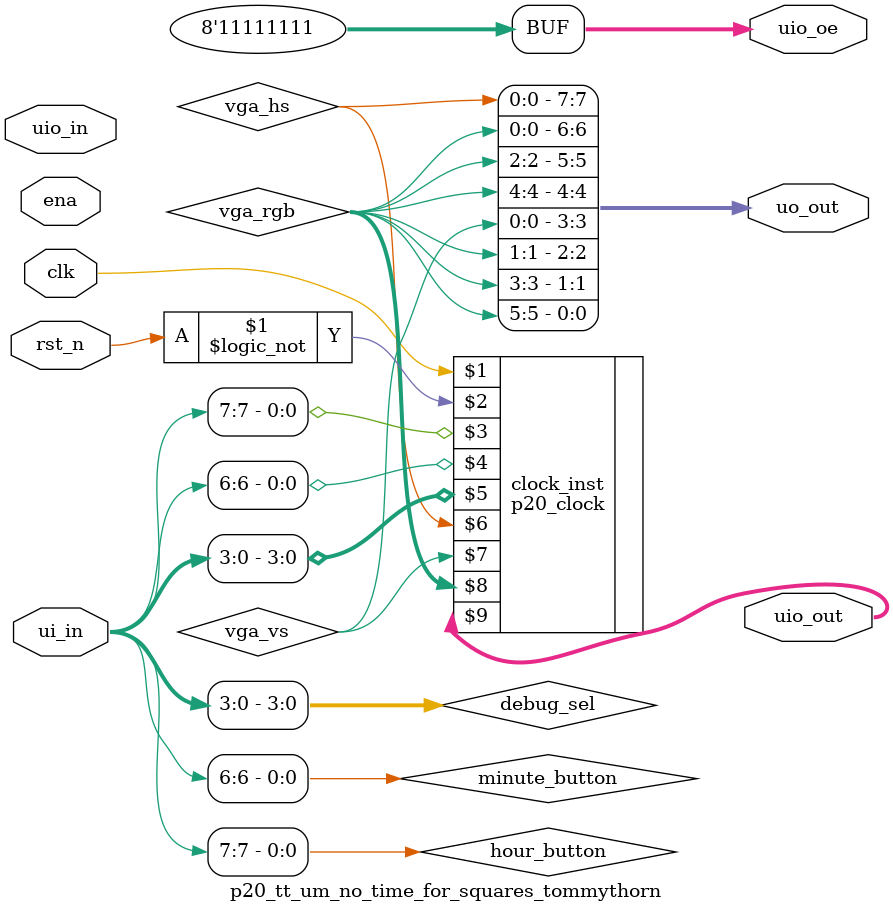
<source format=v>
`default_nettype none
`timescale 1ns / 1ps

module p20_tt_um_no_time_for_squares_tommythorn
  (input  wire [7:0] ui_in,    // Dedicated inputs
   output wire [7:0] uo_out,   // Dedicated outputs
   input  wire [7:0] uio_in,   // IOs: Input path -- UNUSED in this design.
   output wire [7:0] uio_out,  // IOs: Output path
   output wire [7:0] uio_oe,   // IOs: Enable path (active high: 0=input, 1=output)
   input  wire       ena,      // will go high when the design is enabled
   input  wire       clk,      // clock
   input  wire       rst_n     // reset_n - low to reset
   );

   // use bidirectionals as outputs
   assign uio_oe = 8'b11111111;

   wire       hour_button   = ui_in[7];
   wire       minute_button = ui_in[6];
   wire [3:0] debug_sel     = ui_in[3:0];

   wire       vga_hs;
   wire       vga_vs;
   wire [5:0] vga_rgb;

    // https://tinytapeout.com/specs/pinouts/#common-peripherals
   assign uo_out[0] = vga_rgb[5];
   assign uo_out[1] = vga_rgb[3];
   assign uo_out[2] = vga_rgb[1];
   assign uo_out[3] = vga_vs;
   assign uo_out[4] = vga_rgb[4];
   assign uo_out[5] = vga_rgb[2];
   assign uo_out[6] = vga_rgb[0];
   assign uo_out[7] = vga_hs;

   p20_clock clock_inst(clk, !rst_n,
                    hour_button, minute_button, debug_sel,
                    vga_hs, vga_vs, vga_rgb,
                    uio_out);
endmodule

</source>
